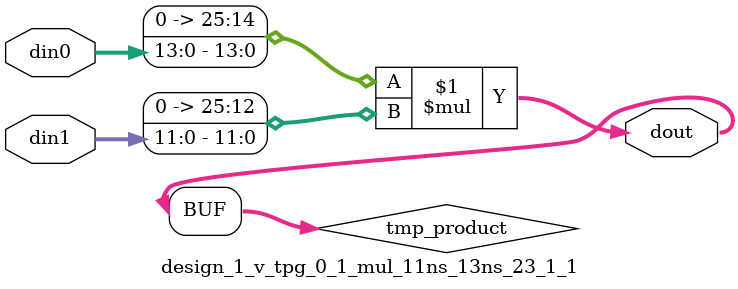
<source format=v>

`timescale 1 ns / 1 ps

 module design_1_v_tpg_0_1_mul_11ns_13ns_23_1_1(din0, din1, dout);
parameter ID = 1;
parameter NUM_STAGE = 0;
parameter din0_WIDTH = 14;
parameter din1_WIDTH = 12;
parameter dout_WIDTH = 26;

input [din0_WIDTH - 1 : 0] din0; 
input [din1_WIDTH - 1 : 0] din1; 
output [dout_WIDTH - 1 : 0] dout;

wire signed [dout_WIDTH - 1 : 0] tmp_product;
























assign tmp_product = $signed({1'b0, din0}) * $signed({1'b0, din1});











assign dout = tmp_product;





















endmodule

</source>
